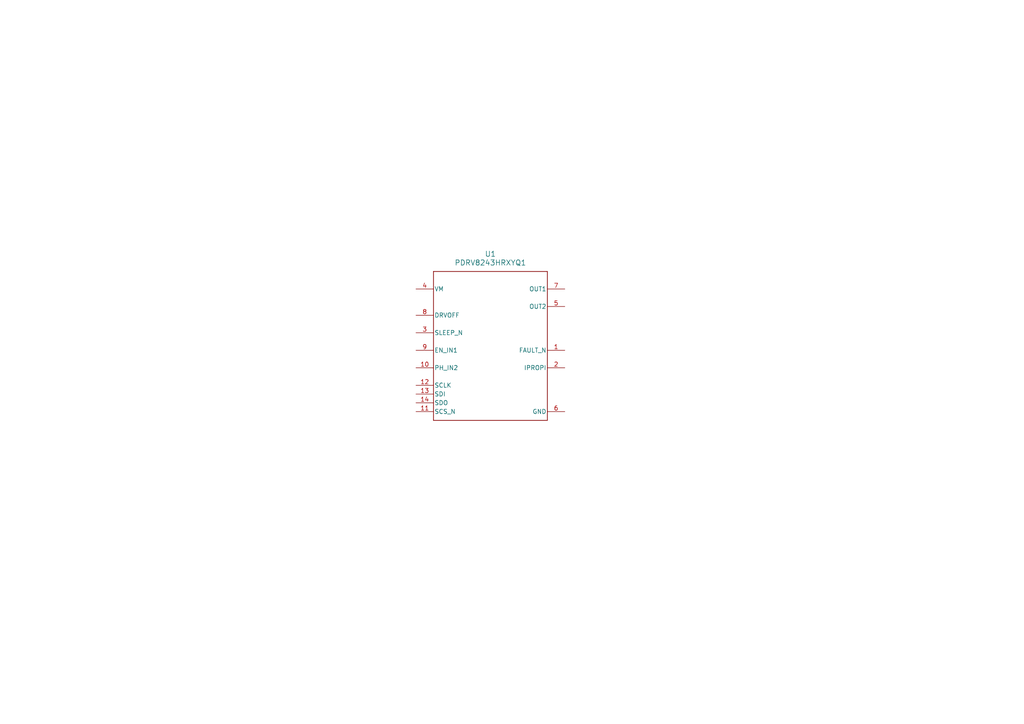
<source format=kicad_sch>
(kicad_sch (version 20250114) (generator "eeschema") (generator_version "9.0")
  (paper "A4")
  (lib_symbols
    (symbol "DRV8243:PDRV8243HRXYQ1" (pin_names (offset 0.254))
      (property "Reference" "U" (at 0 2.54 0))
      (property "Value" "PDRV8243HRXYQ1" (at 0 0 0))
      (symbol "PDRV8243HRXYQ1_0_1"
        (polyline (pts (xy 5.08 5.08) (xy 5.08 -38.1)) (stroke (width 0.2032)))
        (polyline (pts (xy 5.08 -38.1) (xy 38.1 -38.1)) (stroke (width 0.2032)))
        (polyline (pts (xy 38.1 5.08) (xy 5.08 5.08)) (stroke (width 0.2032)))
        (polyline (pts (xy 38.1 -38.1) (xy 38.1 5.08)) (stroke (width 0.2032)))
        (pin power_in line (at 0 0 0) (length 5.08) (name "VM") (number "4"))
        (pin input line (at 0 -7.62 0) (length 5.08) (name "DRVOFF") (number "8"))
        (pin input line (at 0 -12.7 0) (length 5.08) (name "SLEEP_N") (number "3"))
        (pin input line (at 0 -17.78 0) (length 5.08) (name "EN_IN1") (number "9"))
        (pin input line (at 0 -22.86 0) (length 5.08) (name "PH_IN2") (number "10"))
        (pin input line (at 0 -27.94 0) (length 5.08) (name "SCLK") (number "12"))
        (pin input line (at 0 -30.48 0) (length 5.08) (name "SDI") (number "13"))
        (pin output line (at 0 -33.02 0) (length 5.08) (name "SDO") (number "14"))
        (pin input line (at 0 -35.56 0) (length 5.08) (name "SCS_N") (number "11"))
        (pin unspecified line (at 43.18 0 180) (length 5.08) (name "OUT1") (number "7"))
        (pin unspecified line (at 43.18 -5.08 180) (length 5.08) (name "OUT2") (number "5"))
        (pin open_collector line (at 43.18 -17.78 180) (length 5.08) (name "FAULT_N") (number "1"))
        (pin bidirectional line (at 43.18 -22.86 180) (length 5.08) (name "IPROPI") (number "2"))
        (pin power_in line (at 43.18 -35.56 180) (length 5.08) (name "GND") (number "6"))
      )
    )
  )
  (symbol (lib_id "DRV8243:PDRV8243HRXYQ1") (at 120.65 83.82 0) (unit 1)
    (property "Reference" "U1" (at 142.24 73.66 0) (effects (font (size 1.524 1.524))))
    (property "Value" "PDRV8243HRXYQ1" (at 142.24 76.2 0) (effects (font (size 1.524 1.524))))
    (property "Footprint" "RXY0014A-MFG" (effects (hide yes)))
    (property "Datasheet" "PDRV8243HRXYQ1" (effects (hide yes)))
  )
)
</source>
